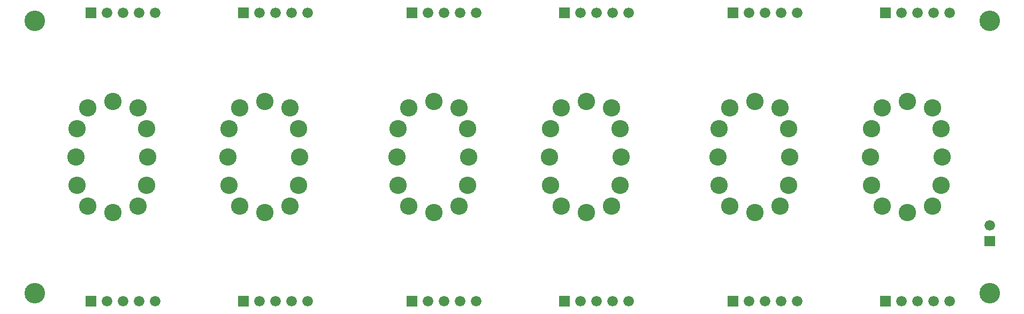
<source format=gbr>
G04 start of page 13 for group 17 layer_idx 0 *
G04 Title: (unknown), bottom_mask *
G04 Creator: pcb-rnd 1.2.7 *
G04 CreationDate: 2018-01-15 01:10:50 UTC *
G04 For: newell *
G04 Format: Gerber/RS-274X *
G04 PCB-Dimensions: 625000 200000 *
G04 PCB-Coordinate-Origin: lower left *
%MOIN*%
%FSLAX25Y25*%
%LNBOTTOMMASK*%
%ADD68C,0.1281*%
%ADD67C,0.1080*%
%ADD66C,0.0660*%
%ADD65C,0.0001*%
G54D65*G36*
X341700Y193300D02*Y186700D01*
X348300D01*
Y193300D01*
X341700D01*
G37*
G54D66*X355000Y190000D03*
X365000D03*
X375000D03*
X385000D03*
G54D65*G36*
X246700Y193300D02*Y186700D01*
X253300D01*
Y193300D01*
X246700D01*
G37*
G54D66*X260000Y190000D03*
X270000D03*
X280000D03*
X290000D03*
G54D65*G36*
X341700Y13300D02*Y6700D01*
X348300D01*
Y13300D01*
X341700D01*
G37*
G36*
X246700D02*Y6700D01*
X253300D01*
Y13300D01*
X246700D01*
G37*
G54D66*X260000Y10000D03*
X270000D03*
X280000D03*
X290000D03*
X355000D03*
X365000D03*
X375000D03*
X385000D03*
G54D67*X379870Y82290D03*
X343010Y69230D03*
X336380Y82290D03*
X374490Y69230D03*
X335880Y100000D03*
X336380Y117710D03*
X343010Y130770D03*
X358750Y134710D03*
X374490Y130770D03*
X379870Y117710D03*
X380370Y100000D03*
X358750Y65290D03*
X284870Y82290D03*
X248010Y69230D03*
X241380Y82290D03*
X279490Y69230D03*
X263750Y65290D03*
X240880Y100000D03*
X241380Y117710D03*
X248010Y130770D03*
X263750Y134710D03*
X279490Y130770D03*
X284870Y117710D03*
X285370Y100000D03*
G54D65*G36*
X541700Y13300D02*Y6700D01*
X548300D01*
Y13300D01*
X541700D01*
G37*
G54D66*X555000Y10000D03*
X565000D03*
X575000D03*
X585000D03*
G54D65*G36*
X446700Y13300D02*Y6700D01*
X453300D01*
Y13300D01*
X446700D01*
G37*
G54D66*X460000Y10000D03*
X470000D03*
X480000D03*
X490000D03*
G54D68*X610000Y15000D03*
G54D65*G36*
X541700Y193300D02*Y186700D01*
X548300D01*
Y193300D01*
X541700D01*
G37*
G54D66*X555000Y190000D03*
X565000D03*
X575000D03*
X585000D03*
G54D65*G36*
X446700Y193300D02*Y186700D01*
X453300D01*
Y193300D01*
X446700D01*
G37*
G54D66*X460000Y190000D03*
X470000D03*
X480000D03*
X490000D03*
G54D68*X610000Y185000D03*
G54D65*G36*
X606700Y50800D02*Y44200D01*
X613300D01*
Y50800D01*
X606700D01*
G37*
G54D66*X610000Y57500D03*
G54D67*X579870Y82290D03*
X574490Y130770D03*
X579870Y117710D03*
X580370Y100000D03*
X574490Y69230D03*
X543010D03*
X536380Y82290D03*
X558750Y65290D03*
X535880Y100000D03*
X536380Y117710D03*
X543010Y130770D03*
X558750Y134710D03*
X484870Y82290D03*
X448010Y69230D03*
X441380Y82290D03*
X479490Y69230D03*
X440880Y100000D03*
X441380Y117710D03*
X448010Y130770D03*
X463750Y134710D03*
X479490Y130770D03*
X484870Y117710D03*
X485370Y100000D03*
X463750Y65290D03*
G54D65*G36*
X141700Y193300D02*Y186700D01*
X148300D01*
Y193300D01*
X141700D01*
G37*
G54D66*X155000Y190000D03*
X165000D03*
X175000D03*
X185000D03*
G54D65*G36*
X46700Y193300D02*Y186700D01*
X53300D01*
Y193300D01*
X46700D01*
G37*
G54D66*X60000Y190000D03*
X70000D03*
X80000D03*
X90000D03*
G54D68*X15000Y185000D03*
G54D67*X179500Y82290D03*
X142640Y69230D03*
X174120D03*
X158380Y65290D03*
X136010Y82290D03*
X84870D03*
X48010Y69230D03*
X41380Y82290D03*
X79490Y69230D03*
X63750Y65290D03*
X135510Y100000D03*
X180000D03*
X40880D03*
X85370D03*
X136010Y117710D03*
X41380D03*
X84870D03*
X142640Y130770D03*
X48010D03*
X63750Y134710D03*
X79490Y130770D03*
X158380Y134710D03*
X174120Y130770D03*
X179500Y117710D03*
G54D65*G36*
X141700Y13300D02*Y6700D01*
X148300D01*
Y13300D01*
X141700D01*
G37*
G54D66*X60000Y10000D03*
X70000D03*
X80000D03*
X90000D03*
X155000D03*
X165000D03*
X175000D03*
X185000D03*
G54D65*G36*
X46700Y13300D02*Y6700D01*
X53300D01*
Y13300D01*
X46700D01*
G37*
G54D68*X15000Y15000D03*
M02*

</source>
